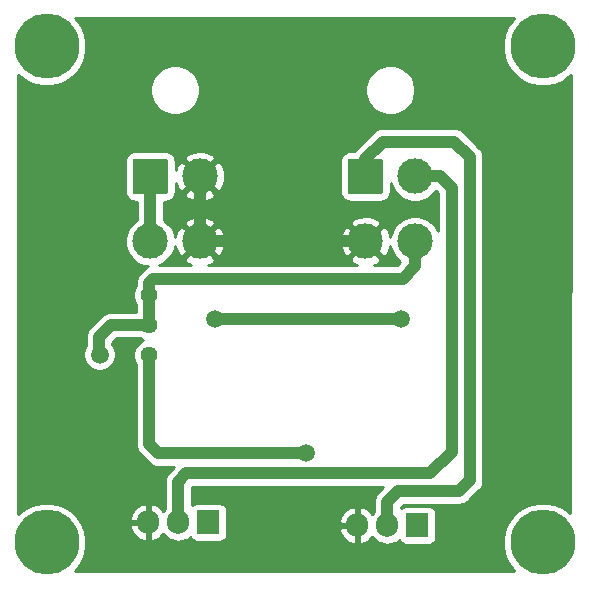
<source format=gbr>
G04 #@! TF.GenerationSoftware,KiCad,Pcbnew,(5.1.5)-3*
G04 #@! TF.CreationDate,2020-09-18T03:55:18-03:00*
G04 #@! TF.ProjectId,Pre charge & discharge,50726520-6368-4617-9267-652026206469,rev?*
G04 #@! TF.SameCoordinates,Original*
G04 #@! TF.FileFunction,Copper,L2,Bot*
G04 #@! TF.FilePolarity,Positive*
%FSLAX46Y46*%
G04 Gerber Fmt 4.6, Leading zero omitted, Abs format (unit mm)*
G04 Created by KiCad (PCBNEW (5.1.5)-3) date 2020-09-18 03:55:18*
%MOMM*%
%LPD*%
G04 APERTURE LIST*
%ADD10C,5.500000*%
%ADD11C,0.100000*%
%ADD12C,3.000000*%
%ADD13O,1.905000X2.000000*%
%ADD14R,1.905000X2.000000*%
%ADD15C,1.440000*%
%ADD16C,1.500000*%
%ADD17C,1.000000*%
%ADD18C,0.800000*%
%ADD19C,0.254000*%
G04 APERTURE END LIST*
D10*
X191000000Y-44000000D03*
X149000000Y-44000000D03*
X149000000Y-86000000D03*
X191000000Y-86000000D03*
G04 #@! TA.AperFunction,ComponentPad*
D11*
G36*
X159101995Y-53500982D02*
G01*
X159121798Y-53503920D01*
X159141218Y-53508784D01*
X159160067Y-53515529D01*
X159178165Y-53524088D01*
X159195336Y-53534380D01*
X159211416Y-53546306D01*
X159226250Y-53559750D01*
X159239694Y-53574584D01*
X159251620Y-53590664D01*
X159261912Y-53607835D01*
X159270471Y-53625933D01*
X159277216Y-53644782D01*
X159282080Y-53664202D01*
X159285018Y-53684005D01*
X159286000Y-53704000D01*
X159286000Y-56296000D01*
X159285018Y-56315995D01*
X159282080Y-56335798D01*
X159277216Y-56355218D01*
X159270471Y-56374067D01*
X159261912Y-56392165D01*
X159251620Y-56409336D01*
X159239694Y-56425416D01*
X159226250Y-56440250D01*
X159211416Y-56453694D01*
X159195336Y-56465620D01*
X159178165Y-56475912D01*
X159160067Y-56484471D01*
X159141218Y-56491216D01*
X159121798Y-56496080D01*
X159101995Y-56499018D01*
X159082000Y-56500000D01*
X156490000Y-56500000D01*
X156470005Y-56499018D01*
X156450202Y-56496080D01*
X156430782Y-56491216D01*
X156411933Y-56484471D01*
X156393835Y-56475912D01*
X156376664Y-56465620D01*
X156360584Y-56453694D01*
X156345750Y-56440250D01*
X156332306Y-56425416D01*
X156320380Y-56409336D01*
X156310088Y-56392165D01*
X156301529Y-56374067D01*
X156294784Y-56355218D01*
X156289920Y-56335798D01*
X156286982Y-56315995D01*
X156286000Y-56296000D01*
X156286000Y-53704000D01*
X156286982Y-53684005D01*
X156289920Y-53664202D01*
X156294784Y-53644782D01*
X156301529Y-53625933D01*
X156310088Y-53607835D01*
X156320380Y-53590664D01*
X156332306Y-53574584D01*
X156345750Y-53559750D01*
X156360584Y-53546306D01*
X156376664Y-53534380D01*
X156393835Y-53524088D01*
X156411933Y-53515529D01*
X156430782Y-53508784D01*
X156450202Y-53503920D01*
X156470005Y-53500982D01*
X156490000Y-53500000D01*
X159082000Y-53500000D01*
X159101995Y-53500982D01*
G37*
G04 #@! TD.AperFunction*
D12*
X161986000Y-55000000D03*
X157786000Y-60500000D03*
X161986000Y-60500000D03*
D13*
X175320000Y-84550000D03*
X177860000Y-84550000D03*
D14*
X180400000Y-84550000D03*
X162700000Y-84300000D03*
D13*
X160160000Y-84300000D03*
X157620000Y-84300000D03*
D15*
X157680000Y-70126000D03*
X157680000Y-67586000D03*
X157680000Y-65046000D03*
D12*
X180200000Y-60500000D03*
X176000000Y-60500000D03*
X180200000Y-55000000D03*
G04 #@! TA.AperFunction,ComponentPad*
D11*
G36*
X177315995Y-53500982D02*
G01*
X177335798Y-53503920D01*
X177355218Y-53508784D01*
X177374067Y-53515529D01*
X177392165Y-53524088D01*
X177409336Y-53534380D01*
X177425416Y-53546306D01*
X177440250Y-53559750D01*
X177453694Y-53574584D01*
X177465620Y-53590664D01*
X177475912Y-53607835D01*
X177484471Y-53625933D01*
X177491216Y-53644782D01*
X177496080Y-53664202D01*
X177499018Y-53684005D01*
X177500000Y-53704000D01*
X177500000Y-56296000D01*
X177499018Y-56315995D01*
X177496080Y-56335798D01*
X177491216Y-56355218D01*
X177484471Y-56374067D01*
X177475912Y-56392165D01*
X177465620Y-56409336D01*
X177453694Y-56425416D01*
X177440250Y-56440250D01*
X177425416Y-56453694D01*
X177409336Y-56465620D01*
X177392165Y-56475912D01*
X177374067Y-56484471D01*
X177355218Y-56491216D01*
X177335798Y-56496080D01*
X177315995Y-56499018D01*
X177296000Y-56500000D01*
X174704000Y-56500000D01*
X174684005Y-56499018D01*
X174664202Y-56496080D01*
X174644782Y-56491216D01*
X174625933Y-56484471D01*
X174607835Y-56475912D01*
X174590664Y-56465620D01*
X174574584Y-56453694D01*
X174559750Y-56440250D01*
X174546306Y-56425416D01*
X174534380Y-56409336D01*
X174524088Y-56392165D01*
X174515529Y-56374067D01*
X174508784Y-56355218D01*
X174503920Y-56335798D01*
X174500982Y-56315995D01*
X174500000Y-56296000D01*
X174500000Y-53704000D01*
X174500982Y-53684005D01*
X174503920Y-53664202D01*
X174508784Y-53644782D01*
X174515529Y-53625933D01*
X174524088Y-53607835D01*
X174534380Y-53590664D01*
X174546306Y-53574584D01*
X174559750Y-53559750D01*
X174574584Y-53546306D01*
X174590664Y-53534380D01*
X174607835Y-53524088D01*
X174625933Y-53515529D01*
X174644782Y-53508784D01*
X174664202Y-53503920D01*
X174684005Y-53500982D01*
X174704000Y-53500000D01*
X177296000Y-53500000D01*
X177315995Y-53500982D01*
G37*
G04 #@! TD.AperFunction*
D16*
X153500000Y-70100000D03*
X171000000Y-78450000D03*
X163262500Y-67037500D03*
X178987500Y-67037500D03*
D17*
X176000000Y-53500000D02*
X177450000Y-52050000D01*
X176000000Y-55000000D02*
X176000000Y-53500000D01*
X177860000Y-82550000D02*
X177860000Y-84550000D01*
X178760000Y-81650000D02*
X177860000Y-82550000D01*
X183950000Y-81650000D02*
X178760000Y-81650000D01*
X184860000Y-53400000D02*
X184860000Y-80740000D01*
X184860000Y-80740000D02*
X183950000Y-81650000D01*
X183510000Y-52050000D02*
X184860000Y-53400000D01*
X177450000Y-52050000D02*
X183510000Y-52050000D01*
X157680000Y-67586000D02*
X157680000Y-65046000D01*
X157680000Y-67586000D02*
X154464000Y-67586000D01*
X154464000Y-67586000D02*
X153450000Y-68600000D01*
X180200000Y-62621320D02*
X180200000Y-60500000D01*
X179171320Y-63650000D02*
X180200000Y-62621320D01*
X157680000Y-64027767D02*
X158057767Y-63650000D01*
X158057767Y-63650000D02*
X179171320Y-63650000D01*
X157680000Y-65046000D02*
X157680000Y-64027767D01*
X153450000Y-68600000D02*
X153450000Y-70150000D01*
X161986000Y-60500000D02*
X161986000Y-55000000D01*
X164107320Y-60500000D02*
X176000000Y-60500000D01*
X161986000Y-60500000D02*
X164107320Y-60500000D01*
D18*
X171000000Y-78450000D02*
X171000000Y-78450000D01*
D17*
X157680000Y-77680000D02*
X157680000Y-70126000D01*
X171000000Y-78450000D02*
X158450000Y-78450000D01*
X158450000Y-78450000D02*
X157680000Y-77680000D01*
X183300000Y-55950000D02*
X182350000Y-55000000D01*
X160160000Y-80840000D02*
X160850000Y-80150000D01*
X182350000Y-55000000D02*
X180200000Y-55000000D01*
X160160000Y-84300000D02*
X160160000Y-80840000D01*
X181470000Y-80150000D02*
X183300000Y-78320000D01*
X160850000Y-80150000D02*
X181470000Y-80150000D01*
X183300000Y-78320000D02*
X183300000Y-55950000D01*
D18*
X178987500Y-67037500D02*
X178987500Y-67037500D01*
D17*
X178987500Y-67037500D02*
X163262500Y-67037500D01*
X157380000Y-60906000D02*
X157786000Y-60500000D01*
X157280000Y-61006000D02*
X157786000Y-60500000D01*
X157680000Y-60606000D02*
X157786000Y-60500000D01*
X157786000Y-60500000D02*
X157786000Y-55000000D01*
D19*
G36*
X188370698Y-41842188D02*
G01*
X188000252Y-42396601D01*
X187745083Y-43012632D01*
X187615000Y-43666607D01*
X187615000Y-44333393D01*
X187745083Y-44987368D01*
X188000252Y-45603399D01*
X188370698Y-46157812D01*
X188842188Y-46629302D01*
X189396601Y-46999748D01*
X190012632Y-47254917D01*
X190666607Y-47385000D01*
X191333393Y-47385000D01*
X191987368Y-47254917D01*
X192603399Y-46999748D01*
X193157812Y-46629302D01*
X193367767Y-46419347D01*
X193328275Y-83541161D01*
X193157812Y-83370698D01*
X192603399Y-83000252D01*
X191987368Y-82745083D01*
X191333393Y-82615000D01*
X190666607Y-82615000D01*
X190012632Y-82745083D01*
X189396601Y-83000252D01*
X188842188Y-83370698D01*
X188370698Y-83842188D01*
X188000252Y-84396601D01*
X187745083Y-85012632D01*
X187615000Y-85666607D01*
X187615000Y-86333393D01*
X187745083Y-86987368D01*
X188000252Y-87603399D01*
X188370698Y-88157812D01*
X188585886Y-88373000D01*
X151414114Y-88373000D01*
X151629302Y-88157812D01*
X151999748Y-87603399D01*
X152254917Y-86987368D01*
X152385000Y-86333393D01*
X152385000Y-85666607D01*
X152254917Y-85012632D01*
X152114594Y-84673863D01*
X156067622Y-84673863D01*
X156161121Y-84970446D01*
X156310684Y-85243089D01*
X156510563Y-85481315D01*
X156753077Y-85675969D01*
X157028906Y-85819571D01*
X157247020Y-85890563D01*
X157493000Y-85770594D01*
X157493000Y-84427000D01*
X156194430Y-84427000D01*
X156067622Y-84673863D01*
X152114594Y-84673863D01*
X151999748Y-84396601D01*
X151685395Y-83926137D01*
X156067622Y-83926137D01*
X156194430Y-84173000D01*
X157493000Y-84173000D01*
X157493000Y-82829406D01*
X157247020Y-82709437D01*
X157028906Y-82780429D01*
X156753077Y-82924031D01*
X156510563Y-83118685D01*
X156310684Y-83356911D01*
X156161121Y-83629554D01*
X156067622Y-83926137D01*
X151685395Y-83926137D01*
X151629302Y-83842188D01*
X151157812Y-83370698D01*
X150603399Y-83000252D01*
X149987368Y-82745083D01*
X149333393Y-82615000D01*
X148666607Y-82615000D01*
X148012632Y-82745083D01*
X147396601Y-83000252D01*
X146842188Y-83370698D01*
X146627000Y-83585886D01*
X146627000Y-69963589D01*
X152115000Y-69963589D01*
X152115000Y-70236411D01*
X152168225Y-70503989D01*
X152272629Y-70756043D01*
X152424201Y-70982886D01*
X152617114Y-71175799D01*
X152843957Y-71327371D01*
X153096011Y-71431775D01*
X153363589Y-71485000D01*
X153636411Y-71485000D01*
X153903989Y-71431775D01*
X154156043Y-71327371D01*
X154382886Y-71175799D01*
X154575799Y-70982886D01*
X154727371Y-70756043D01*
X154831775Y-70503989D01*
X154885000Y-70236411D01*
X154885000Y-69963589D01*
X154831775Y-69696011D01*
X154727371Y-69443957D01*
X154585000Y-69230884D01*
X154585000Y-69070132D01*
X154934132Y-68721000D01*
X156939713Y-68721000D01*
X157038167Y-68786785D01*
X157205266Y-68856000D01*
X157038167Y-68925215D01*
X156816238Y-69073503D01*
X156627503Y-69262238D01*
X156479215Y-69484167D01*
X156377072Y-69730761D01*
X156325000Y-69992544D01*
X156325000Y-70259456D01*
X156377072Y-70521239D01*
X156479215Y-70767833D01*
X156545001Y-70866289D01*
X156545000Y-77624248D01*
X156539509Y-77680000D01*
X156545000Y-77735751D01*
X156561423Y-77902498D01*
X156626324Y-78116446D01*
X156731716Y-78313623D01*
X156873551Y-78486449D01*
X156916864Y-78521995D01*
X157608008Y-79213140D01*
X157643551Y-79256449D01*
X157816377Y-79398284D01*
X158013553Y-79503676D01*
X158227501Y-79568577D01*
X158394248Y-79585000D01*
X158394257Y-79585000D01*
X158449999Y-79590490D01*
X158505741Y-79585000D01*
X159809869Y-79585000D01*
X159396860Y-79998009D01*
X159353552Y-80033551D01*
X159211717Y-80206377D01*
X159159775Y-80303554D01*
X159106324Y-80403554D01*
X159041423Y-80617502D01*
X159019509Y-80840000D01*
X159025001Y-80895761D01*
X159025000Y-83133111D01*
X158884837Y-83303899D01*
X158729437Y-83118685D01*
X158486923Y-82924031D01*
X158211094Y-82780429D01*
X157992980Y-82709437D01*
X157747000Y-82829406D01*
X157747000Y-84173000D01*
X157767000Y-84173000D01*
X157767000Y-84427000D01*
X157747000Y-84427000D01*
X157747000Y-85770594D01*
X157992980Y-85890563D01*
X158211094Y-85819571D01*
X158486923Y-85675969D01*
X158729437Y-85481315D01*
X158884838Y-85296100D01*
X159032037Y-85475463D01*
X159273765Y-85673845D01*
X159549551Y-85821255D01*
X159848796Y-85912030D01*
X160160000Y-85942681D01*
X160471203Y-85912030D01*
X160770448Y-85821255D01*
X161046234Y-85673845D01*
X161172095Y-85570553D01*
X161216963Y-85654494D01*
X161296315Y-85751185D01*
X161393006Y-85830537D01*
X161503320Y-85889502D01*
X161623018Y-85925812D01*
X161747500Y-85938072D01*
X163652500Y-85938072D01*
X163776982Y-85925812D01*
X163896680Y-85889502D01*
X164006994Y-85830537D01*
X164103685Y-85751185D01*
X164183037Y-85654494D01*
X164242002Y-85544180D01*
X164278312Y-85424482D01*
X164290572Y-85300000D01*
X164290572Y-84923863D01*
X173767622Y-84923863D01*
X173861121Y-85220446D01*
X174010684Y-85493089D01*
X174210563Y-85731315D01*
X174453077Y-85925969D01*
X174728906Y-86069571D01*
X174947020Y-86140563D01*
X175193000Y-86020594D01*
X175193000Y-84677000D01*
X173894430Y-84677000D01*
X173767622Y-84923863D01*
X164290572Y-84923863D01*
X164290572Y-84176137D01*
X173767622Y-84176137D01*
X173894430Y-84423000D01*
X175193000Y-84423000D01*
X175193000Y-83079406D01*
X174947020Y-82959437D01*
X174728906Y-83030429D01*
X174453077Y-83174031D01*
X174210563Y-83368685D01*
X174010684Y-83606911D01*
X173861121Y-83879554D01*
X173767622Y-84176137D01*
X164290572Y-84176137D01*
X164290572Y-83300000D01*
X164278312Y-83175518D01*
X164242002Y-83055820D01*
X164183037Y-82945506D01*
X164103685Y-82848815D01*
X164006994Y-82769463D01*
X163896680Y-82710498D01*
X163776982Y-82674188D01*
X163652500Y-82661928D01*
X161747500Y-82661928D01*
X161623018Y-82674188D01*
X161503320Y-82710498D01*
X161393006Y-82769463D01*
X161296315Y-82848815D01*
X161295000Y-82850417D01*
X161295000Y-81310131D01*
X161320131Y-81285000D01*
X177519868Y-81285000D01*
X177096864Y-81708005D01*
X177053551Y-81743551D01*
X176911716Y-81916377D01*
X176820813Y-82086447D01*
X176806324Y-82113554D01*
X176741423Y-82327502D01*
X176719509Y-82550000D01*
X176725000Y-82605752D01*
X176725000Y-83383111D01*
X176584837Y-83553899D01*
X176429437Y-83368685D01*
X176186923Y-83174031D01*
X175911094Y-83030429D01*
X175692980Y-82959437D01*
X175447000Y-83079406D01*
X175447000Y-84423000D01*
X175467000Y-84423000D01*
X175467000Y-84677000D01*
X175447000Y-84677000D01*
X175447000Y-86020594D01*
X175692980Y-86140563D01*
X175911094Y-86069571D01*
X176186923Y-85925969D01*
X176429437Y-85731315D01*
X176584838Y-85546100D01*
X176732037Y-85725463D01*
X176973765Y-85923845D01*
X177249551Y-86071255D01*
X177548796Y-86162030D01*
X177860000Y-86192681D01*
X178171203Y-86162030D01*
X178470448Y-86071255D01*
X178746234Y-85923845D01*
X178872095Y-85820553D01*
X178916963Y-85904494D01*
X178996315Y-86001185D01*
X179093006Y-86080537D01*
X179203320Y-86139502D01*
X179323018Y-86175812D01*
X179447500Y-86188072D01*
X181352500Y-86188072D01*
X181476982Y-86175812D01*
X181596680Y-86139502D01*
X181706994Y-86080537D01*
X181803685Y-86001185D01*
X181883037Y-85904494D01*
X181942002Y-85794180D01*
X181978312Y-85674482D01*
X181990572Y-85550000D01*
X181990572Y-83550000D01*
X181978312Y-83425518D01*
X181942002Y-83305820D01*
X181883037Y-83195506D01*
X181803685Y-83098815D01*
X181706994Y-83019463D01*
X181596680Y-82960498D01*
X181476982Y-82924188D01*
X181352500Y-82911928D01*
X179447500Y-82911928D01*
X179323018Y-82924188D01*
X179203320Y-82960498D01*
X179093006Y-83019463D01*
X178996315Y-83098815D01*
X178995000Y-83100417D01*
X178995000Y-83020131D01*
X179230132Y-82785000D01*
X183894249Y-82785000D01*
X183950000Y-82790491D01*
X184005751Y-82785000D01*
X184005752Y-82785000D01*
X184172499Y-82768577D01*
X184386447Y-82703676D01*
X184583623Y-82598284D01*
X184756449Y-82456449D01*
X184791995Y-82413136D01*
X185623140Y-81581992D01*
X185666449Y-81546449D01*
X185808284Y-81373623D01*
X185913676Y-81176447D01*
X185978577Y-80962499D01*
X185995000Y-80795752D01*
X185995000Y-80795743D01*
X186000490Y-80740001D01*
X185995000Y-80684259D01*
X185995000Y-53455741D01*
X186000490Y-53399999D01*
X185995000Y-53344257D01*
X185995000Y-53344248D01*
X185978577Y-53177501D01*
X185913676Y-52963553D01*
X185808284Y-52766377D01*
X185666449Y-52593551D01*
X185623140Y-52558008D01*
X184351996Y-51286865D01*
X184316449Y-51243551D01*
X184143623Y-51101716D01*
X183946447Y-50996324D01*
X183732499Y-50931423D01*
X183565752Y-50915000D01*
X183565751Y-50915000D01*
X183510000Y-50909509D01*
X183454249Y-50915000D01*
X177505752Y-50915000D01*
X177450000Y-50909509D01*
X177227501Y-50931423D01*
X177013553Y-50996324D01*
X176816377Y-51101716D01*
X176686856Y-51208011D01*
X176686855Y-51208012D01*
X176643551Y-51243551D01*
X176608013Y-51286854D01*
X175236860Y-52658009D01*
X175193552Y-52693551D01*
X175055368Y-52861928D01*
X174704000Y-52861928D01*
X174539720Y-52878108D01*
X174381753Y-52926027D01*
X174236170Y-53003843D01*
X174108565Y-53108565D01*
X174003843Y-53236170D01*
X173926027Y-53381753D01*
X173878108Y-53539720D01*
X173861928Y-53704000D01*
X173861928Y-56296000D01*
X173878108Y-56460280D01*
X173926027Y-56618247D01*
X174003843Y-56763830D01*
X174108565Y-56891435D01*
X174236170Y-56996157D01*
X174381753Y-57073973D01*
X174539720Y-57121892D01*
X174704000Y-57138072D01*
X177296000Y-57138072D01*
X177460280Y-57121892D01*
X177618247Y-57073973D01*
X177763830Y-56996157D01*
X177891435Y-56891435D01*
X177996157Y-56763830D01*
X178073973Y-56618247D01*
X178121892Y-56460280D01*
X178138072Y-56296000D01*
X178138072Y-55577636D01*
X178147047Y-55622756D01*
X178307988Y-56011302D01*
X178541637Y-56360983D01*
X178839017Y-56658363D01*
X179188698Y-56892012D01*
X179577244Y-57052953D01*
X179989721Y-57135000D01*
X180410279Y-57135000D01*
X180822756Y-57052953D01*
X181211302Y-56892012D01*
X181560983Y-56658363D01*
X181858363Y-56360983D01*
X181957493Y-56212624D01*
X182165001Y-56420133D01*
X182165001Y-59664909D01*
X182092012Y-59488698D01*
X181858363Y-59139017D01*
X181560983Y-58841637D01*
X181211302Y-58607988D01*
X180822756Y-58447047D01*
X180410279Y-58365000D01*
X179989721Y-58365000D01*
X179577244Y-58447047D01*
X179188698Y-58607988D01*
X178839017Y-58841637D01*
X178541637Y-59139017D01*
X178307988Y-59488698D01*
X178147047Y-59877244D01*
X178102595Y-60100721D01*
X178095334Y-60039549D01*
X177965243Y-59639617D01*
X177807214Y-59343962D01*
X177491653Y-59187952D01*
X176179605Y-60500000D01*
X177491653Y-61812048D01*
X177807214Y-61656038D01*
X177998020Y-61281255D01*
X178103844Y-60905560D01*
X178147047Y-61122756D01*
X178307988Y-61511302D01*
X178541637Y-61860983D01*
X178839017Y-62158363D01*
X178970183Y-62246005D01*
X178701189Y-62515000D01*
X176707418Y-62515000D01*
X176860383Y-62465243D01*
X177156038Y-62307214D01*
X177312048Y-61991653D01*
X176000000Y-60679605D01*
X174687952Y-61991653D01*
X174843962Y-62307214D01*
X175218745Y-62498020D01*
X175279027Y-62515000D01*
X162693418Y-62515000D01*
X162846383Y-62465243D01*
X163142038Y-62307214D01*
X163298048Y-61991653D01*
X161986000Y-60679605D01*
X160673952Y-61991653D01*
X160829962Y-62307214D01*
X161204745Y-62498020D01*
X161265027Y-62515000D01*
X158500383Y-62515000D01*
X158797302Y-62392012D01*
X159146983Y-62158363D01*
X159444363Y-61860983D01*
X159678012Y-61511302D01*
X159838953Y-61122756D01*
X159883405Y-60899279D01*
X159890666Y-60960451D01*
X160020757Y-61360383D01*
X160178786Y-61656038D01*
X160494347Y-61812048D01*
X161806395Y-60500000D01*
X162165605Y-60500000D01*
X163477653Y-61812048D01*
X163793214Y-61656038D01*
X163984020Y-61281255D01*
X164098044Y-60876449D01*
X164124189Y-60542824D01*
X173855098Y-60542824D01*
X173904666Y-60960451D01*
X174034757Y-61360383D01*
X174192786Y-61656038D01*
X174508347Y-61812048D01*
X175820395Y-60500000D01*
X174508347Y-59187952D01*
X174192786Y-59343962D01*
X174001980Y-59718745D01*
X173887956Y-60123551D01*
X173855098Y-60542824D01*
X164124189Y-60542824D01*
X164130902Y-60457176D01*
X164081334Y-60039549D01*
X163951243Y-59639617D01*
X163793214Y-59343962D01*
X163477653Y-59187952D01*
X162165605Y-60500000D01*
X161806395Y-60500000D01*
X160494347Y-59187952D01*
X160178786Y-59343962D01*
X159987980Y-59718745D01*
X159882156Y-60094440D01*
X159838953Y-59877244D01*
X159678012Y-59488698D01*
X159444363Y-59139017D01*
X159313693Y-59008347D01*
X160673952Y-59008347D01*
X161986000Y-60320395D01*
X163298048Y-59008347D01*
X174687952Y-59008347D01*
X176000000Y-60320395D01*
X177312048Y-59008347D01*
X177156038Y-58692786D01*
X176781255Y-58501980D01*
X176376449Y-58387956D01*
X175957176Y-58355098D01*
X175539549Y-58404666D01*
X175139617Y-58534757D01*
X174843962Y-58692786D01*
X174687952Y-59008347D01*
X163298048Y-59008347D01*
X163142038Y-58692786D01*
X162767255Y-58501980D01*
X162362449Y-58387956D01*
X161943176Y-58355098D01*
X161525549Y-58404666D01*
X161125617Y-58534757D01*
X160829962Y-58692786D01*
X160673952Y-59008347D01*
X159313693Y-59008347D01*
X159146983Y-58841637D01*
X158921000Y-58690640D01*
X158921000Y-57138072D01*
X159082000Y-57138072D01*
X159246280Y-57121892D01*
X159404247Y-57073973D01*
X159549830Y-56996157D01*
X159677435Y-56891435D01*
X159782157Y-56763830D01*
X159859973Y-56618247D01*
X159898375Y-56491653D01*
X160673952Y-56491653D01*
X160829962Y-56807214D01*
X161204745Y-56998020D01*
X161609551Y-57112044D01*
X162028824Y-57144902D01*
X162446451Y-57095334D01*
X162846383Y-56965243D01*
X163142038Y-56807214D01*
X163298048Y-56491653D01*
X161986000Y-55179605D01*
X160673952Y-56491653D01*
X159898375Y-56491653D01*
X159907892Y-56460280D01*
X159924072Y-56296000D01*
X159924072Y-55563149D01*
X160020757Y-55860383D01*
X160178786Y-56156038D01*
X160494347Y-56312048D01*
X161806395Y-55000000D01*
X162165605Y-55000000D01*
X163477653Y-56312048D01*
X163793214Y-56156038D01*
X163984020Y-55781255D01*
X164098044Y-55376449D01*
X164130902Y-54957176D01*
X164081334Y-54539549D01*
X163951243Y-54139617D01*
X163793214Y-53843962D01*
X163477653Y-53687952D01*
X162165605Y-55000000D01*
X161806395Y-55000000D01*
X160494347Y-53687952D01*
X160178786Y-53843962D01*
X159987980Y-54218745D01*
X159924072Y-54445630D01*
X159924072Y-53704000D01*
X159907892Y-53539720D01*
X159898376Y-53508347D01*
X160673952Y-53508347D01*
X161986000Y-54820395D01*
X163298048Y-53508347D01*
X163142038Y-53192786D01*
X162767255Y-53001980D01*
X162362449Y-52887956D01*
X161943176Y-52855098D01*
X161525549Y-52904666D01*
X161125617Y-53034757D01*
X160829962Y-53192786D01*
X160673952Y-53508347D01*
X159898376Y-53508347D01*
X159859973Y-53381753D01*
X159782157Y-53236170D01*
X159677435Y-53108565D01*
X159549830Y-53003843D01*
X159404247Y-52926027D01*
X159246280Y-52878108D01*
X159082000Y-52861928D01*
X156490000Y-52861928D01*
X156325720Y-52878108D01*
X156167753Y-52926027D01*
X156022170Y-53003843D01*
X155894565Y-53108565D01*
X155789843Y-53236170D01*
X155712027Y-53381753D01*
X155664108Y-53539720D01*
X155647928Y-53704000D01*
X155647928Y-56296000D01*
X155664108Y-56460280D01*
X155712027Y-56618247D01*
X155789843Y-56763830D01*
X155894565Y-56891435D01*
X156022170Y-56996157D01*
X156167753Y-57073973D01*
X156325720Y-57121892D01*
X156490000Y-57138072D01*
X156651001Y-57138072D01*
X156651000Y-58690640D01*
X156425017Y-58841637D01*
X156127637Y-59139017D01*
X155893988Y-59488698D01*
X155733047Y-59877244D01*
X155651000Y-60289721D01*
X155651000Y-60710279D01*
X155733047Y-61122756D01*
X155893988Y-61511302D01*
X156127637Y-61860983D01*
X156425017Y-62158363D01*
X156774698Y-62392012D01*
X157163244Y-62552953D01*
X157556219Y-62631121D01*
X157424144Y-62701716D01*
X157251318Y-62843551D01*
X157215771Y-62886865D01*
X156916860Y-63185776D01*
X156873552Y-63221318D01*
X156731717Y-63394144D01*
X156626324Y-63591320D01*
X156561423Y-63805268D01*
X156554801Y-63872499D01*
X156539509Y-64027767D01*
X156545000Y-64083518D01*
X156545000Y-64305713D01*
X156479215Y-64404167D01*
X156377072Y-64650761D01*
X156325000Y-64912544D01*
X156325000Y-65179456D01*
X156377072Y-65441239D01*
X156479215Y-65687833D01*
X156545001Y-65786288D01*
X156545000Y-66451000D01*
X154519752Y-66451000D01*
X154464000Y-66445509D01*
X154241501Y-66467423D01*
X154027553Y-66532324D01*
X153830377Y-66637716D01*
X153700856Y-66744011D01*
X153700854Y-66744013D01*
X153657551Y-66779551D01*
X153622013Y-66822855D01*
X152686864Y-67758005D01*
X152643551Y-67793551D01*
X152501716Y-67966377D01*
X152396325Y-68163553D01*
X152396324Y-68163554D01*
X152331423Y-68377502D01*
X152309509Y-68600000D01*
X152315000Y-68655751D01*
X152315000Y-69380544D01*
X152272629Y-69443957D01*
X152168225Y-69696011D01*
X152115000Y-69963589D01*
X146627000Y-69963589D01*
X146627000Y-47489721D01*
X157751000Y-47489721D01*
X157751000Y-47910279D01*
X157833047Y-48322756D01*
X157993988Y-48711302D01*
X158227637Y-49060983D01*
X158525017Y-49358363D01*
X158874698Y-49592012D01*
X159263244Y-49752953D01*
X159675721Y-49835000D01*
X160096279Y-49835000D01*
X160508756Y-49752953D01*
X160897302Y-49592012D01*
X161246983Y-49358363D01*
X161544363Y-49060983D01*
X161778012Y-48711302D01*
X161938953Y-48322756D01*
X162021000Y-47910279D01*
X162021000Y-47489721D01*
X175965000Y-47489721D01*
X175965000Y-47910279D01*
X176047047Y-48322756D01*
X176207988Y-48711302D01*
X176441637Y-49060983D01*
X176739017Y-49358363D01*
X177088698Y-49592012D01*
X177477244Y-49752953D01*
X177889721Y-49835000D01*
X178310279Y-49835000D01*
X178722756Y-49752953D01*
X179111302Y-49592012D01*
X179460983Y-49358363D01*
X179758363Y-49060983D01*
X179992012Y-48711302D01*
X180152953Y-48322756D01*
X180235000Y-47910279D01*
X180235000Y-47489721D01*
X180152953Y-47077244D01*
X179992012Y-46688698D01*
X179758363Y-46339017D01*
X179460983Y-46041637D01*
X179111302Y-45807988D01*
X178722756Y-45647047D01*
X178310279Y-45565000D01*
X177889721Y-45565000D01*
X177477244Y-45647047D01*
X177088698Y-45807988D01*
X176739017Y-46041637D01*
X176441637Y-46339017D01*
X176207988Y-46688698D01*
X176047047Y-47077244D01*
X175965000Y-47489721D01*
X162021000Y-47489721D01*
X161938953Y-47077244D01*
X161778012Y-46688698D01*
X161544363Y-46339017D01*
X161246983Y-46041637D01*
X160897302Y-45807988D01*
X160508756Y-45647047D01*
X160096279Y-45565000D01*
X159675721Y-45565000D01*
X159263244Y-45647047D01*
X158874698Y-45807988D01*
X158525017Y-46041637D01*
X158227637Y-46339017D01*
X157993988Y-46688698D01*
X157833047Y-47077244D01*
X157751000Y-47489721D01*
X146627000Y-47489721D01*
X146627000Y-46414114D01*
X146842188Y-46629302D01*
X147396601Y-46999748D01*
X148012632Y-47254917D01*
X148666607Y-47385000D01*
X149333393Y-47385000D01*
X149987368Y-47254917D01*
X150603399Y-46999748D01*
X151157812Y-46629302D01*
X151629302Y-46157812D01*
X151999748Y-45603399D01*
X152254917Y-44987368D01*
X152385000Y-44333393D01*
X152385000Y-43666607D01*
X152254917Y-43012632D01*
X151999748Y-42396601D01*
X151629302Y-41842188D01*
X151414114Y-41627000D01*
X188585886Y-41627000D01*
X188370698Y-41842188D01*
G37*
X188370698Y-41842188D02*
X188000252Y-42396601D01*
X187745083Y-43012632D01*
X187615000Y-43666607D01*
X187615000Y-44333393D01*
X187745083Y-44987368D01*
X188000252Y-45603399D01*
X188370698Y-46157812D01*
X188842188Y-46629302D01*
X189396601Y-46999748D01*
X190012632Y-47254917D01*
X190666607Y-47385000D01*
X191333393Y-47385000D01*
X191987368Y-47254917D01*
X192603399Y-46999748D01*
X193157812Y-46629302D01*
X193367767Y-46419347D01*
X193328275Y-83541161D01*
X193157812Y-83370698D01*
X192603399Y-83000252D01*
X191987368Y-82745083D01*
X191333393Y-82615000D01*
X190666607Y-82615000D01*
X190012632Y-82745083D01*
X189396601Y-83000252D01*
X188842188Y-83370698D01*
X188370698Y-83842188D01*
X188000252Y-84396601D01*
X187745083Y-85012632D01*
X187615000Y-85666607D01*
X187615000Y-86333393D01*
X187745083Y-86987368D01*
X188000252Y-87603399D01*
X188370698Y-88157812D01*
X188585886Y-88373000D01*
X151414114Y-88373000D01*
X151629302Y-88157812D01*
X151999748Y-87603399D01*
X152254917Y-86987368D01*
X152385000Y-86333393D01*
X152385000Y-85666607D01*
X152254917Y-85012632D01*
X152114594Y-84673863D01*
X156067622Y-84673863D01*
X156161121Y-84970446D01*
X156310684Y-85243089D01*
X156510563Y-85481315D01*
X156753077Y-85675969D01*
X157028906Y-85819571D01*
X157247020Y-85890563D01*
X157493000Y-85770594D01*
X157493000Y-84427000D01*
X156194430Y-84427000D01*
X156067622Y-84673863D01*
X152114594Y-84673863D01*
X151999748Y-84396601D01*
X151685395Y-83926137D01*
X156067622Y-83926137D01*
X156194430Y-84173000D01*
X157493000Y-84173000D01*
X157493000Y-82829406D01*
X157247020Y-82709437D01*
X157028906Y-82780429D01*
X156753077Y-82924031D01*
X156510563Y-83118685D01*
X156310684Y-83356911D01*
X156161121Y-83629554D01*
X156067622Y-83926137D01*
X151685395Y-83926137D01*
X151629302Y-83842188D01*
X151157812Y-83370698D01*
X150603399Y-83000252D01*
X149987368Y-82745083D01*
X149333393Y-82615000D01*
X148666607Y-82615000D01*
X148012632Y-82745083D01*
X147396601Y-83000252D01*
X146842188Y-83370698D01*
X146627000Y-83585886D01*
X146627000Y-69963589D01*
X152115000Y-69963589D01*
X152115000Y-70236411D01*
X152168225Y-70503989D01*
X152272629Y-70756043D01*
X152424201Y-70982886D01*
X152617114Y-71175799D01*
X152843957Y-71327371D01*
X153096011Y-71431775D01*
X153363589Y-71485000D01*
X153636411Y-71485000D01*
X153903989Y-71431775D01*
X154156043Y-71327371D01*
X154382886Y-71175799D01*
X154575799Y-70982886D01*
X154727371Y-70756043D01*
X154831775Y-70503989D01*
X154885000Y-70236411D01*
X154885000Y-69963589D01*
X154831775Y-69696011D01*
X154727371Y-69443957D01*
X154585000Y-69230884D01*
X154585000Y-69070132D01*
X154934132Y-68721000D01*
X156939713Y-68721000D01*
X157038167Y-68786785D01*
X157205266Y-68856000D01*
X157038167Y-68925215D01*
X156816238Y-69073503D01*
X156627503Y-69262238D01*
X156479215Y-69484167D01*
X156377072Y-69730761D01*
X156325000Y-69992544D01*
X156325000Y-70259456D01*
X156377072Y-70521239D01*
X156479215Y-70767833D01*
X156545001Y-70866289D01*
X156545000Y-77624248D01*
X156539509Y-77680000D01*
X156545000Y-77735751D01*
X156561423Y-77902498D01*
X156626324Y-78116446D01*
X156731716Y-78313623D01*
X156873551Y-78486449D01*
X156916864Y-78521995D01*
X157608008Y-79213140D01*
X157643551Y-79256449D01*
X157816377Y-79398284D01*
X158013553Y-79503676D01*
X158227501Y-79568577D01*
X158394248Y-79585000D01*
X158394257Y-79585000D01*
X158449999Y-79590490D01*
X158505741Y-79585000D01*
X159809869Y-79585000D01*
X159396860Y-79998009D01*
X159353552Y-80033551D01*
X159211717Y-80206377D01*
X159159775Y-80303554D01*
X159106324Y-80403554D01*
X159041423Y-80617502D01*
X159019509Y-80840000D01*
X159025001Y-80895761D01*
X159025000Y-83133111D01*
X158884837Y-83303899D01*
X158729437Y-83118685D01*
X158486923Y-82924031D01*
X158211094Y-82780429D01*
X157992980Y-82709437D01*
X157747000Y-82829406D01*
X157747000Y-84173000D01*
X157767000Y-84173000D01*
X157767000Y-84427000D01*
X157747000Y-84427000D01*
X157747000Y-85770594D01*
X157992980Y-85890563D01*
X158211094Y-85819571D01*
X158486923Y-85675969D01*
X158729437Y-85481315D01*
X158884838Y-85296100D01*
X159032037Y-85475463D01*
X159273765Y-85673845D01*
X159549551Y-85821255D01*
X159848796Y-85912030D01*
X160160000Y-85942681D01*
X160471203Y-85912030D01*
X160770448Y-85821255D01*
X161046234Y-85673845D01*
X161172095Y-85570553D01*
X161216963Y-85654494D01*
X161296315Y-85751185D01*
X161393006Y-85830537D01*
X161503320Y-85889502D01*
X161623018Y-85925812D01*
X161747500Y-85938072D01*
X163652500Y-85938072D01*
X163776982Y-85925812D01*
X163896680Y-85889502D01*
X164006994Y-85830537D01*
X164103685Y-85751185D01*
X164183037Y-85654494D01*
X164242002Y-85544180D01*
X164278312Y-85424482D01*
X164290572Y-85300000D01*
X164290572Y-84923863D01*
X173767622Y-84923863D01*
X173861121Y-85220446D01*
X174010684Y-85493089D01*
X174210563Y-85731315D01*
X174453077Y-85925969D01*
X174728906Y-86069571D01*
X174947020Y-86140563D01*
X175193000Y-86020594D01*
X175193000Y-84677000D01*
X173894430Y-84677000D01*
X173767622Y-84923863D01*
X164290572Y-84923863D01*
X164290572Y-84176137D01*
X173767622Y-84176137D01*
X173894430Y-84423000D01*
X175193000Y-84423000D01*
X175193000Y-83079406D01*
X174947020Y-82959437D01*
X174728906Y-83030429D01*
X174453077Y-83174031D01*
X174210563Y-83368685D01*
X174010684Y-83606911D01*
X173861121Y-83879554D01*
X173767622Y-84176137D01*
X164290572Y-84176137D01*
X164290572Y-83300000D01*
X164278312Y-83175518D01*
X164242002Y-83055820D01*
X164183037Y-82945506D01*
X164103685Y-82848815D01*
X164006994Y-82769463D01*
X163896680Y-82710498D01*
X163776982Y-82674188D01*
X163652500Y-82661928D01*
X161747500Y-82661928D01*
X161623018Y-82674188D01*
X161503320Y-82710498D01*
X161393006Y-82769463D01*
X161296315Y-82848815D01*
X161295000Y-82850417D01*
X161295000Y-81310131D01*
X161320131Y-81285000D01*
X177519868Y-81285000D01*
X177096864Y-81708005D01*
X177053551Y-81743551D01*
X176911716Y-81916377D01*
X176820813Y-82086447D01*
X176806324Y-82113554D01*
X176741423Y-82327502D01*
X176719509Y-82550000D01*
X176725000Y-82605752D01*
X176725000Y-83383111D01*
X176584837Y-83553899D01*
X176429437Y-83368685D01*
X176186923Y-83174031D01*
X175911094Y-83030429D01*
X175692980Y-82959437D01*
X175447000Y-83079406D01*
X175447000Y-84423000D01*
X175467000Y-84423000D01*
X175467000Y-84677000D01*
X175447000Y-84677000D01*
X175447000Y-86020594D01*
X175692980Y-86140563D01*
X175911094Y-86069571D01*
X176186923Y-85925969D01*
X176429437Y-85731315D01*
X176584838Y-85546100D01*
X176732037Y-85725463D01*
X176973765Y-85923845D01*
X177249551Y-86071255D01*
X177548796Y-86162030D01*
X177860000Y-86192681D01*
X178171203Y-86162030D01*
X178470448Y-86071255D01*
X178746234Y-85923845D01*
X178872095Y-85820553D01*
X178916963Y-85904494D01*
X178996315Y-86001185D01*
X179093006Y-86080537D01*
X179203320Y-86139502D01*
X179323018Y-86175812D01*
X179447500Y-86188072D01*
X181352500Y-86188072D01*
X181476982Y-86175812D01*
X181596680Y-86139502D01*
X181706994Y-86080537D01*
X181803685Y-86001185D01*
X181883037Y-85904494D01*
X181942002Y-85794180D01*
X181978312Y-85674482D01*
X181990572Y-85550000D01*
X181990572Y-83550000D01*
X181978312Y-83425518D01*
X181942002Y-83305820D01*
X181883037Y-83195506D01*
X181803685Y-83098815D01*
X181706994Y-83019463D01*
X181596680Y-82960498D01*
X181476982Y-82924188D01*
X181352500Y-82911928D01*
X179447500Y-82911928D01*
X179323018Y-82924188D01*
X179203320Y-82960498D01*
X179093006Y-83019463D01*
X178996315Y-83098815D01*
X178995000Y-83100417D01*
X178995000Y-83020131D01*
X179230132Y-82785000D01*
X183894249Y-82785000D01*
X183950000Y-82790491D01*
X184005751Y-82785000D01*
X184005752Y-82785000D01*
X184172499Y-82768577D01*
X184386447Y-82703676D01*
X184583623Y-82598284D01*
X184756449Y-82456449D01*
X184791995Y-82413136D01*
X185623140Y-81581992D01*
X185666449Y-81546449D01*
X185808284Y-81373623D01*
X185913676Y-81176447D01*
X185978577Y-80962499D01*
X185995000Y-80795752D01*
X185995000Y-80795743D01*
X186000490Y-80740001D01*
X185995000Y-80684259D01*
X185995000Y-53455741D01*
X186000490Y-53399999D01*
X185995000Y-53344257D01*
X185995000Y-53344248D01*
X185978577Y-53177501D01*
X185913676Y-52963553D01*
X185808284Y-52766377D01*
X185666449Y-52593551D01*
X185623140Y-52558008D01*
X184351996Y-51286865D01*
X184316449Y-51243551D01*
X184143623Y-51101716D01*
X183946447Y-50996324D01*
X183732499Y-50931423D01*
X183565752Y-50915000D01*
X183565751Y-50915000D01*
X183510000Y-50909509D01*
X183454249Y-50915000D01*
X177505752Y-50915000D01*
X177450000Y-50909509D01*
X177227501Y-50931423D01*
X177013553Y-50996324D01*
X176816377Y-51101716D01*
X176686856Y-51208011D01*
X176686855Y-51208012D01*
X176643551Y-51243551D01*
X176608013Y-51286854D01*
X175236860Y-52658009D01*
X175193552Y-52693551D01*
X175055368Y-52861928D01*
X174704000Y-52861928D01*
X174539720Y-52878108D01*
X174381753Y-52926027D01*
X174236170Y-53003843D01*
X174108565Y-53108565D01*
X174003843Y-53236170D01*
X173926027Y-53381753D01*
X173878108Y-53539720D01*
X173861928Y-53704000D01*
X173861928Y-56296000D01*
X173878108Y-56460280D01*
X173926027Y-56618247D01*
X174003843Y-56763830D01*
X174108565Y-56891435D01*
X174236170Y-56996157D01*
X174381753Y-57073973D01*
X174539720Y-57121892D01*
X174704000Y-57138072D01*
X177296000Y-57138072D01*
X177460280Y-57121892D01*
X177618247Y-57073973D01*
X177763830Y-56996157D01*
X177891435Y-56891435D01*
X177996157Y-56763830D01*
X178073973Y-56618247D01*
X178121892Y-56460280D01*
X178138072Y-56296000D01*
X178138072Y-55577636D01*
X178147047Y-55622756D01*
X178307988Y-56011302D01*
X178541637Y-56360983D01*
X178839017Y-56658363D01*
X179188698Y-56892012D01*
X179577244Y-57052953D01*
X179989721Y-57135000D01*
X180410279Y-57135000D01*
X180822756Y-57052953D01*
X181211302Y-56892012D01*
X181560983Y-56658363D01*
X181858363Y-56360983D01*
X181957493Y-56212624D01*
X182165001Y-56420133D01*
X182165001Y-59664909D01*
X182092012Y-59488698D01*
X181858363Y-59139017D01*
X181560983Y-58841637D01*
X181211302Y-58607988D01*
X180822756Y-58447047D01*
X180410279Y-58365000D01*
X179989721Y-58365000D01*
X179577244Y-58447047D01*
X179188698Y-58607988D01*
X178839017Y-58841637D01*
X178541637Y-59139017D01*
X178307988Y-59488698D01*
X178147047Y-59877244D01*
X178102595Y-60100721D01*
X178095334Y-60039549D01*
X177965243Y-59639617D01*
X177807214Y-59343962D01*
X177491653Y-59187952D01*
X176179605Y-60500000D01*
X177491653Y-61812048D01*
X177807214Y-61656038D01*
X177998020Y-61281255D01*
X178103844Y-60905560D01*
X178147047Y-61122756D01*
X178307988Y-61511302D01*
X178541637Y-61860983D01*
X178839017Y-62158363D01*
X178970183Y-62246005D01*
X178701189Y-62515000D01*
X176707418Y-62515000D01*
X176860383Y-62465243D01*
X177156038Y-62307214D01*
X177312048Y-61991653D01*
X176000000Y-60679605D01*
X174687952Y-61991653D01*
X174843962Y-62307214D01*
X175218745Y-62498020D01*
X175279027Y-62515000D01*
X162693418Y-62515000D01*
X162846383Y-62465243D01*
X163142038Y-62307214D01*
X163298048Y-61991653D01*
X161986000Y-60679605D01*
X160673952Y-61991653D01*
X160829962Y-62307214D01*
X161204745Y-62498020D01*
X161265027Y-62515000D01*
X158500383Y-62515000D01*
X158797302Y-62392012D01*
X159146983Y-62158363D01*
X159444363Y-61860983D01*
X159678012Y-61511302D01*
X159838953Y-61122756D01*
X159883405Y-60899279D01*
X159890666Y-60960451D01*
X160020757Y-61360383D01*
X160178786Y-61656038D01*
X160494347Y-61812048D01*
X161806395Y-60500000D01*
X162165605Y-60500000D01*
X163477653Y-61812048D01*
X163793214Y-61656038D01*
X163984020Y-61281255D01*
X164098044Y-60876449D01*
X164124189Y-60542824D01*
X173855098Y-60542824D01*
X173904666Y-60960451D01*
X174034757Y-61360383D01*
X174192786Y-61656038D01*
X174508347Y-61812048D01*
X175820395Y-60500000D01*
X174508347Y-59187952D01*
X174192786Y-59343962D01*
X174001980Y-59718745D01*
X173887956Y-60123551D01*
X173855098Y-60542824D01*
X164124189Y-60542824D01*
X164130902Y-60457176D01*
X164081334Y-60039549D01*
X163951243Y-59639617D01*
X163793214Y-59343962D01*
X163477653Y-59187952D01*
X162165605Y-60500000D01*
X161806395Y-60500000D01*
X160494347Y-59187952D01*
X160178786Y-59343962D01*
X159987980Y-59718745D01*
X159882156Y-60094440D01*
X159838953Y-59877244D01*
X159678012Y-59488698D01*
X159444363Y-59139017D01*
X159313693Y-59008347D01*
X160673952Y-59008347D01*
X161986000Y-60320395D01*
X163298048Y-59008347D01*
X174687952Y-59008347D01*
X176000000Y-60320395D01*
X177312048Y-59008347D01*
X177156038Y-58692786D01*
X176781255Y-58501980D01*
X176376449Y-58387956D01*
X175957176Y-58355098D01*
X175539549Y-58404666D01*
X175139617Y-58534757D01*
X174843962Y-58692786D01*
X174687952Y-59008347D01*
X163298048Y-59008347D01*
X163142038Y-58692786D01*
X162767255Y-58501980D01*
X162362449Y-58387956D01*
X161943176Y-58355098D01*
X161525549Y-58404666D01*
X161125617Y-58534757D01*
X160829962Y-58692786D01*
X160673952Y-59008347D01*
X159313693Y-59008347D01*
X159146983Y-58841637D01*
X158921000Y-58690640D01*
X158921000Y-57138072D01*
X159082000Y-57138072D01*
X159246280Y-57121892D01*
X159404247Y-57073973D01*
X159549830Y-56996157D01*
X159677435Y-56891435D01*
X159782157Y-56763830D01*
X159859973Y-56618247D01*
X159898375Y-56491653D01*
X160673952Y-56491653D01*
X160829962Y-56807214D01*
X161204745Y-56998020D01*
X161609551Y-57112044D01*
X162028824Y-57144902D01*
X162446451Y-57095334D01*
X162846383Y-56965243D01*
X163142038Y-56807214D01*
X163298048Y-56491653D01*
X161986000Y-55179605D01*
X160673952Y-56491653D01*
X159898375Y-56491653D01*
X159907892Y-56460280D01*
X159924072Y-56296000D01*
X159924072Y-55563149D01*
X160020757Y-55860383D01*
X160178786Y-56156038D01*
X160494347Y-56312048D01*
X161806395Y-55000000D01*
X162165605Y-55000000D01*
X163477653Y-56312048D01*
X163793214Y-56156038D01*
X163984020Y-55781255D01*
X164098044Y-55376449D01*
X164130902Y-54957176D01*
X164081334Y-54539549D01*
X163951243Y-54139617D01*
X163793214Y-53843962D01*
X163477653Y-53687952D01*
X162165605Y-55000000D01*
X161806395Y-55000000D01*
X160494347Y-53687952D01*
X160178786Y-53843962D01*
X159987980Y-54218745D01*
X159924072Y-54445630D01*
X159924072Y-53704000D01*
X159907892Y-53539720D01*
X159898376Y-53508347D01*
X160673952Y-53508347D01*
X161986000Y-54820395D01*
X163298048Y-53508347D01*
X163142038Y-53192786D01*
X162767255Y-53001980D01*
X162362449Y-52887956D01*
X161943176Y-52855098D01*
X161525549Y-52904666D01*
X161125617Y-53034757D01*
X160829962Y-53192786D01*
X160673952Y-53508347D01*
X159898376Y-53508347D01*
X159859973Y-53381753D01*
X159782157Y-53236170D01*
X159677435Y-53108565D01*
X159549830Y-53003843D01*
X159404247Y-52926027D01*
X159246280Y-52878108D01*
X159082000Y-52861928D01*
X156490000Y-52861928D01*
X156325720Y-52878108D01*
X156167753Y-52926027D01*
X156022170Y-53003843D01*
X155894565Y-53108565D01*
X155789843Y-53236170D01*
X155712027Y-53381753D01*
X155664108Y-53539720D01*
X155647928Y-53704000D01*
X155647928Y-56296000D01*
X155664108Y-56460280D01*
X155712027Y-56618247D01*
X155789843Y-56763830D01*
X155894565Y-56891435D01*
X156022170Y-56996157D01*
X156167753Y-57073973D01*
X156325720Y-57121892D01*
X156490000Y-57138072D01*
X156651001Y-57138072D01*
X156651000Y-58690640D01*
X156425017Y-58841637D01*
X156127637Y-59139017D01*
X155893988Y-59488698D01*
X155733047Y-59877244D01*
X155651000Y-60289721D01*
X155651000Y-60710279D01*
X155733047Y-61122756D01*
X155893988Y-61511302D01*
X156127637Y-61860983D01*
X156425017Y-62158363D01*
X156774698Y-62392012D01*
X157163244Y-62552953D01*
X157556219Y-62631121D01*
X157424144Y-62701716D01*
X157251318Y-62843551D01*
X157215771Y-62886865D01*
X156916860Y-63185776D01*
X156873552Y-63221318D01*
X156731717Y-63394144D01*
X156626324Y-63591320D01*
X156561423Y-63805268D01*
X156554801Y-63872499D01*
X156539509Y-64027767D01*
X156545000Y-64083518D01*
X156545000Y-64305713D01*
X156479215Y-64404167D01*
X156377072Y-64650761D01*
X156325000Y-64912544D01*
X156325000Y-65179456D01*
X156377072Y-65441239D01*
X156479215Y-65687833D01*
X156545001Y-65786288D01*
X156545000Y-66451000D01*
X154519752Y-66451000D01*
X154464000Y-66445509D01*
X154241501Y-66467423D01*
X154027553Y-66532324D01*
X153830377Y-66637716D01*
X153700856Y-66744011D01*
X153700854Y-66744013D01*
X153657551Y-66779551D01*
X153622013Y-66822855D01*
X152686864Y-67758005D01*
X152643551Y-67793551D01*
X152501716Y-67966377D01*
X152396325Y-68163553D01*
X152396324Y-68163554D01*
X152331423Y-68377502D01*
X152309509Y-68600000D01*
X152315000Y-68655751D01*
X152315000Y-69380544D01*
X152272629Y-69443957D01*
X152168225Y-69696011D01*
X152115000Y-69963589D01*
X146627000Y-69963589D01*
X146627000Y-47489721D01*
X157751000Y-47489721D01*
X157751000Y-47910279D01*
X157833047Y-48322756D01*
X157993988Y-48711302D01*
X158227637Y-49060983D01*
X158525017Y-49358363D01*
X158874698Y-49592012D01*
X159263244Y-49752953D01*
X159675721Y-49835000D01*
X160096279Y-49835000D01*
X160508756Y-49752953D01*
X160897302Y-49592012D01*
X161246983Y-49358363D01*
X161544363Y-49060983D01*
X161778012Y-48711302D01*
X161938953Y-48322756D01*
X162021000Y-47910279D01*
X162021000Y-47489721D01*
X175965000Y-47489721D01*
X175965000Y-47910279D01*
X176047047Y-48322756D01*
X176207988Y-48711302D01*
X176441637Y-49060983D01*
X176739017Y-49358363D01*
X177088698Y-49592012D01*
X177477244Y-49752953D01*
X177889721Y-49835000D01*
X178310279Y-49835000D01*
X178722756Y-49752953D01*
X179111302Y-49592012D01*
X179460983Y-49358363D01*
X179758363Y-49060983D01*
X179992012Y-48711302D01*
X180152953Y-48322756D01*
X180235000Y-47910279D01*
X180235000Y-47489721D01*
X180152953Y-47077244D01*
X179992012Y-46688698D01*
X179758363Y-46339017D01*
X179460983Y-46041637D01*
X179111302Y-45807988D01*
X178722756Y-45647047D01*
X178310279Y-45565000D01*
X177889721Y-45565000D01*
X177477244Y-45647047D01*
X177088698Y-45807988D01*
X176739017Y-46041637D01*
X176441637Y-46339017D01*
X176207988Y-46688698D01*
X176047047Y-47077244D01*
X175965000Y-47489721D01*
X162021000Y-47489721D01*
X161938953Y-47077244D01*
X161778012Y-46688698D01*
X161544363Y-46339017D01*
X161246983Y-46041637D01*
X160897302Y-45807988D01*
X160508756Y-45647047D01*
X160096279Y-45565000D01*
X159675721Y-45565000D01*
X159263244Y-45647047D01*
X158874698Y-45807988D01*
X158525017Y-46041637D01*
X158227637Y-46339017D01*
X157993988Y-46688698D01*
X157833047Y-47077244D01*
X157751000Y-47489721D01*
X146627000Y-47489721D01*
X146627000Y-46414114D01*
X146842188Y-46629302D01*
X147396601Y-46999748D01*
X148012632Y-47254917D01*
X148666607Y-47385000D01*
X149333393Y-47385000D01*
X149987368Y-47254917D01*
X150603399Y-46999748D01*
X151157812Y-46629302D01*
X151629302Y-46157812D01*
X151999748Y-45603399D01*
X152254917Y-44987368D01*
X152385000Y-44333393D01*
X152385000Y-43666607D01*
X152254917Y-43012632D01*
X151999748Y-42396601D01*
X151629302Y-41842188D01*
X151414114Y-41627000D01*
X188585886Y-41627000D01*
X188370698Y-41842188D01*
M02*

</source>
